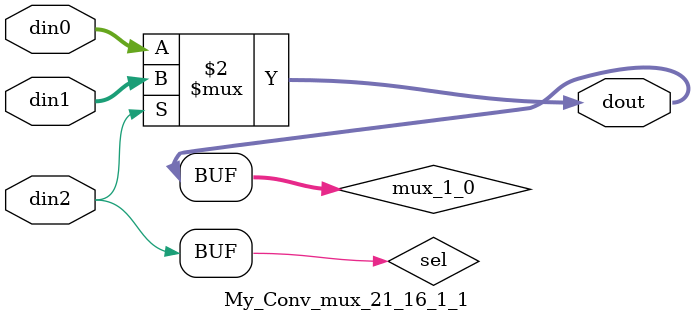
<source format=v>

`timescale 1ns/1ps

module My_Conv_mux_21_16_1_1 #(
parameter
    ID                = 0,
    NUM_STAGE         = 1,
    din0_WIDTH       = 32,
    din1_WIDTH       = 32,
    din2_WIDTH         = 32,
    dout_WIDTH            = 32
)(
    input  [15 : 0]     din0,
    input  [15 : 0]     din1,
    input  [0 : 0]    din2,
    output [15 : 0]   dout);

// puts internal signals
wire [0 : 0]     sel;
// level 1 signals
wire [15 : 0]         mux_1_0;

assign sel = din2;

// Generate level 1 logic
assign mux_1_0 = (sel[0] == 0)? din0 : din1;

// output logic
assign dout = mux_1_0;

endmodule

</source>
